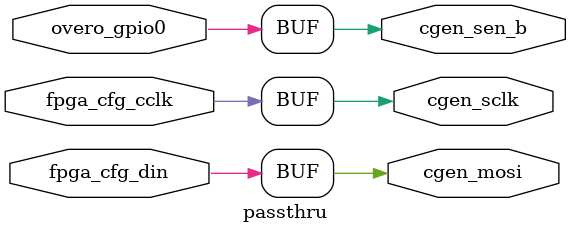
<source format=v>
`timescale 1ns / 1ps

module passthru
  (input overo_gpio0, 
   output cgen_sclk, 
   output cgen_sen_b, 
   output cgen_mosi, 
   input fpga_cfg_din,
   input fpga_cfg_cclk
   );
   
   assign cgen_sclk = fpga_cfg_cclk;
   assign cgen_sen_b = overo_gpio0;
   assign cgen_mosi = fpga_cfg_din;
   
   
endmodule // passthru

</source>
